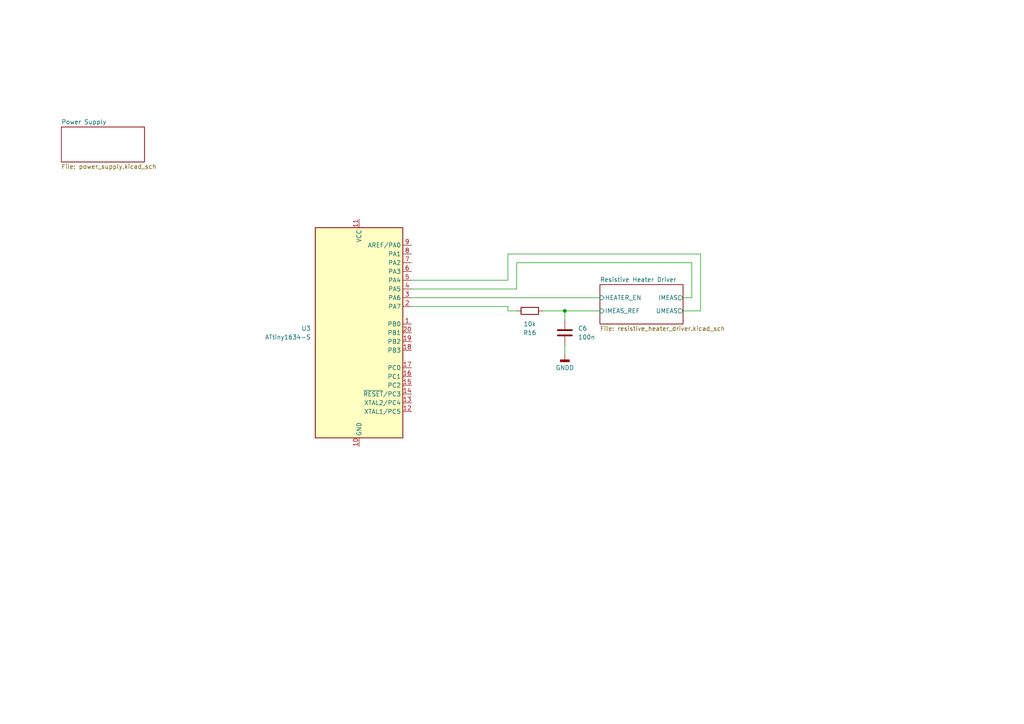
<source format=kicad_sch>
(kicad_sch (version 20231120) (generator "eeschema") (generator_version "8.0")
  (paper "A4")
  (lib_symbols
    (symbol "Device:C" (pin_numbers hide) (pin_names (offset 0.254))
      (property "Reference" "C" (at 0.635 2.54 0))
      (property "Value" "C" (at 0.635 -2.54 0))
      (symbol "C_0_1"
        (polyline (pts (xy -2.032 -0.762) (xy 2.032 -0.762)) (stroke (width 0.508)))
        (polyline (pts (xy -2.032 0.762) (xy 2.032 0.762)) (stroke (width 0.508)))
      )
      (symbol "C_1_1"
        (pin passive line (at 0 3.81 270) (length 2.794) (name "~") (number "1"))
        (pin passive line (at 0 -3.81 90) (length 2.794) (name "~") (number "2"))
      )
    )
    (symbol "Device:R" (pin_numbers hide) (pin_names (offset 0))
      (property "Reference" "R" (at 2.032 0 90))
      (property "Value" "R" (at 0 0 90))
      (symbol "R_0_1"
        (rectangle (start -1.016 -2.54) (end 1.016 2.54) (stroke (width 0.254)))
      )
      (symbol "R_1_1"
        (pin passive line (at 0 3.81 270) (length 1.27) (name "~") (number "1"))
        (pin passive line (at 0 -3.81 90) (length 1.27) (name "~") (number "2"))
      )
    )
    (symbol "MCU_Microchip_ATtiny:ATtiny1634-S"
      (property "Reference" "U" (at -12.7 31.75 0))
      (property "Value" "ATtiny1634-S" (at 2.54 -31.75 0))
      (symbol "ATtiny1634-S_0_1"
        (rectangle (start -12.7 -30.48) (end 12.7 30.48) (stroke (width 0.254)) (fill (type background)))
      )
      (symbol "ATtiny1634-S_1_1"
        (pin bidirectional line (at 15.24 2.54 180) (length 2.54) (name "PB0") (number "1"))
        (pin power_in line (at 0 -33.02 90) (length 2.54) (name "GND") (number "10"))
        (pin power_in line (at 0 33.02 270) (length 2.54) (name "VCC") (number "11"))
        (pin bidirectional line (at 15.24 -22.86 180) (length 2.54) (name "XTAL1/PC5") (number "12"))
        (pin bidirectional line (at 15.24 -20.32 180) (length 2.54) (name "XTAL2/PC4") (number "13"))
        (pin bidirectional line (at 15.24 -17.78 180) (length 2.54) (name "~{RESET}/PC3") (number "14"))
        (pin bidirectional line (at 15.24 -15.24 180) (length 2.54) (name "PC2") (number "15"))
        (pin bidirectional line (at 15.24 -12.7 180) (length 2.54) (name "PC1") (number "16"))
        (pin bidirectional line (at 15.24 -10.16 180) (length 2.54) (name "PC0") (number "17"))
        (pin bidirectional line (at 15.24 -5.08 180) (length 2.54) (name "PB3") (number "18"))
        (pin bidirectional line (at 15.24 -2.54 180) (length 2.54) (name "PB2") (number "19"))
        (pin bidirectional line (at 15.24 7.62 180) (length 2.54) (name "PA7") (number "2"))
        (pin bidirectional line (at 15.24 0 180) (length 2.54) (name "PB1") (number "20"))
        (pin bidirectional line (at 15.24 10.16 180) (length 2.54) (name "PA6") (number "3"))
        (pin bidirectional line (at 15.24 12.7 180) (length 2.54) (name "PA5") (number "4"))
        (pin bidirectional line (at 15.24 15.24 180) (length 2.54) (name "PA4") (number "5"))
        (pin bidirectional line (at 15.24 17.78 180) (length 2.54) (name "PA3") (number "6"))
        (pin bidirectional line (at 15.24 20.32 180) (length 2.54) (name "PA2") (number "7"))
        (pin bidirectional line (at 15.24 22.86 180) (length 2.54) (name "PA1") (number "8"))
        (pin bidirectional line (at 15.24 25.4 180) (length 2.54) (name "AREF/PA0") (number "9"))
      )
    )
    (symbol "power:GNDD" (power) (pin_numbers hide) (pin_names (offset 0) hide)
      (property "Value" "GNDD" (at 0 -3.175 0))
      (symbol "GNDD_0_1"
        (rectangle (start -1.27 -1.524) (end 1.27 -2.032) (stroke (width 0.254)) (fill (type outline)))
        (polyline (pts (xy 0 0) (xy 0 -1.524)))
      )
      (symbol "GNDD_1_1"
        (pin power_in line (at 0 0 270) (length 0) (name "~") (number "1"))
      )
    )
  )
  (junction (at 163.83 90.17))
  (wire (pts (xy 163.83 90.17) (xy 163.83 92.71)))
  (wire (pts (xy 203.2 90.17) (xy 198.12 90.17)))
  (wire (pts (xy 147.32 81.28) (xy 147.32 73.66)))
  (wire (pts (xy 149.86 83.82) (xy 149.86 76.2)))
  (wire (pts (xy 147.32 90.17) (xy 147.32 88.9)))
  (wire (pts (xy 147.32 88.9) (xy 119.38 88.9)))
  (wire (pts (xy 119.38 86.36) (xy 173.99 86.36)))
  (wire (pts (xy 147.32 90.17) (xy 149.86 90.17)))
  (wire (pts (xy 157.48 90.17) (xy 163.83 90.17)))
  (wire (pts (xy 200.66 76.2) (xy 200.66 86.36)))
  (wire (pts (xy 149.86 76.2) (xy 200.66 76.2)))
  (wire (pts (xy 163.83 100.33) (xy 163.83 102.87)))
  (wire (pts (xy 198.12 86.36) (xy 200.66 86.36)))
  (wire (pts (xy 119.38 83.82) (xy 149.86 83.82)))
  (wire (pts (xy 147.32 73.66) (xy 203.2 73.66)))
  (wire (pts (xy 203.2 73.66) (xy 203.2 90.17)))
  (wire (pts (xy 147.32 81.28) (xy 119.38 81.28)))
  (wire (pts (xy 163.83 90.17) (xy 173.99 90.17)))
  (symbol (lib_id "MCU_Microchip_ATtiny:ATtiny1634-S") (at 104.14 96.52 0) (unit 1)
    (property "Reference" "U3" (at 90.17 95.2499 0) (effects (justify right)))
    (property "Value" "ATtiny1634-S" (at 90.17 97.7899 0) (effects (justify right)))
    (property "Footprint" "Package_SO:SOIC-20W_7.5x12.8mm_P1.27mm" (effects (hide yes)))
    (property "Datasheet" "http://ww1.microchip.com/downloads/en/DeviceDoc/Atmel-8303-8-bit-AVR-Microcontroller-tinyAVR-ATtiny1634_Datasheet.pdf" (effects (hide yes)))
    (property "Description" "12MHz, 16kB Flash, 1kB SRAM, 256B EEPROM, ADC, ACI, debugWIRE, SOIC-20" (effects (hide yes)))
  )
  (symbol (lib_id "Device:C") (at 163.83 96.52 0) (unit 1)
    (property "Reference" "C6" (at 167.64 95.2499 0) (effects (justify left)))
    (property "Value" "100n" (at 167.64 97.7899 0) (effects (justify left)))
    (property "Description" "Unpolarized capacitor" (effects (hide yes)))
  )
  (symbol (lib_id "power:GNDD") (at 163.83 102.87 0) (unit 1)
    (property "Reference" "#PWR018" (effects (hide yes)))
    (property "Value" "GNDD" (at 163.83 106.68 0))
    (property "Description" "Power symbol creates a global label with name \"GNDD\" , digital ground" (effects (hide yes)))
  )
  (symbol (lib_id "Device:R") (at 153.67 90.17 270) (unit 1)
    (property "Reference" "R16" (at 153.67 96.52 90))
    (property "Value" "10k" (at 153.67 93.98 90))
    (property "Description" "Resistor" (effects (hide yes)))
  )
  (sheet (at 173.99 82.55) (size 24.13 11.43) (stroke (width 0.1524))
    (property "Sheetname" "Resistive Heater Driver" (at 173.99 81.8384 0) (effects (justify left bottom)))
    (property "Sheetfile" "resistive_heater_driver.kicad_sch" (at 173.99 94.5646 0) (effects (justify left top)))
    (pin "HEATER_EN" input (at 173.99 86.36 180))
    (pin "IMEAS" output (at 198.12 86.36 0))
    (pin "IMEAS_REF" input (at 173.99 90.17 180))
    (pin "UMEAS" output (at 198.12 90.17 0))
  )
  (sheet (at 17.78 36.83) (size 24.13 10.16) (stroke (width 0.1524))
    (property "Sheetname" "Power Supply" (at 17.78 36.1184 0) (effects (justify left bottom)))
    (property "Sheetfile" "power_supply.kicad_sch" (at 17.78 47.5746 0) (effects (justify left top)))
  )
)
</source>
